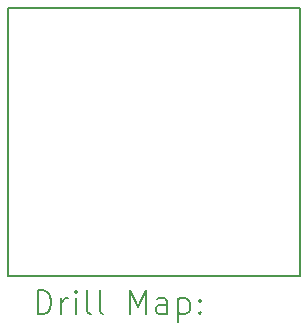
<source format=gbr>
%FSLAX45Y45*%
G04 Gerber Fmt 4.5, Leading zero omitted, Abs format (unit mm)*
G04 Created by KiCad (PCBNEW (6.0.5)) date 2023-01-28 11:11:28*
%MOMM*%
%LPD*%
G01*
G04 APERTURE LIST*
%TA.AperFunction,Profile*%
%ADD10C,0.150000*%
%TD*%
%ADD11C,0.200000*%
G04 APERTURE END LIST*
D10*
X14445758Y-10138382D02*
X11975758Y-10138382D01*
X11975758Y-7868382D01*
X14445758Y-7868382D01*
X14445758Y-10138382D01*
D11*
X12225877Y-10456358D02*
X12225877Y-10256358D01*
X12273496Y-10256358D01*
X12302067Y-10265882D01*
X12321115Y-10284930D01*
X12330639Y-10303977D01*
X12340163Y-10342072D01*
X12340163Y-10370644D01*
X12330639Y-10408739D01*
X12321115Y-10427787D01*
X12302067Y-10446834D01*
X12273496Y-10456358D01*
X12225877Y-10456358D01*
X12425877Y-10456358D02*
X12425877Y-10323025D01*
X12425877Y-10361120D02*
X12435401Y-10342072D01*
X12444925Y-10332549D01*
X12463972Y-10323025D01*
X12483020Y-10323025D01*
X12549686Y-10456358D02*
X12549686Y-10323025D01*
X12549686Y-10256358D02*
X12540163Y-10265882D01*
X12549686Y-10275406D01*
X12559210Y-10265882D01*
X12549686Y-10256358D01*
X12549686Y-10275406D01*
X12673496Y-10456358D02*
X12654448Y-10446834D01*
X12644925Y-10427787D01*
X12644925Y-10256358D01*
X12778258Y-10456358D02*
X12759210Y-10446834D01*
X12749686Y-10427787D01*
X12749686Y-10256358D01*
X13006829Y-10456358D02*
X13006829Y-10256358D01*
X13073496Y-10399215D01*
X13140163Y-10256358D01*
X13140163Y-10456358D01*
X13321115Y-10456358D02*
X13321115Y-10351596D01*
X13311591Y-10332549D01*
X13292544Y-10323025D01*
X13254448Y-10323025D01*
X13235401Y-10332549D01*
X13321115Y-10446834D02*
X13302067Y-10456358D01*
X13254448Y-10456358D01*
X13235401Y-10446834D01*
X13225877Y-10427787D01*
X13225877Y-10408739D01*
X13235401Y-10389692D01*
X13254448Y-10380168D01*
X13302067Y-10380168D01*
X13321115Y-10370644D01*
X13416353Y-10323025D02*
X13416353Y-10523025D01*
X13416353Y-10332549D02*
X13435401Y-10323025D01*
X13473496Y-10323025D01*
X13492544Y-10332549D01*
X13502067Y-10342072D01*
X13511591Y-10361120D01*
X13511591Y-10418263D01*
X13502067Y-10437311D01*
X13492544Y-10446834D01*
X13473496Y-10456358D01*
X13435401Y-10456358D01*
X13416353Y-10446834D01*
X13597306Y-10437311D02*
X13606829Y-10446834D01*
X13597306Y-10456358D01*
X13587782Y-10446834D01*
X13597306Y-10437311D01*
X13597306Y-10456358D01*
X13597306Y-10332549D02*
X13606829Y-10342072D01*
X13597306Y-10351596D01*
X13587782Y-10342072D01*
X13597306Y-10332549D01*
X13597306Y-10351596D01*
M02*

</source>
